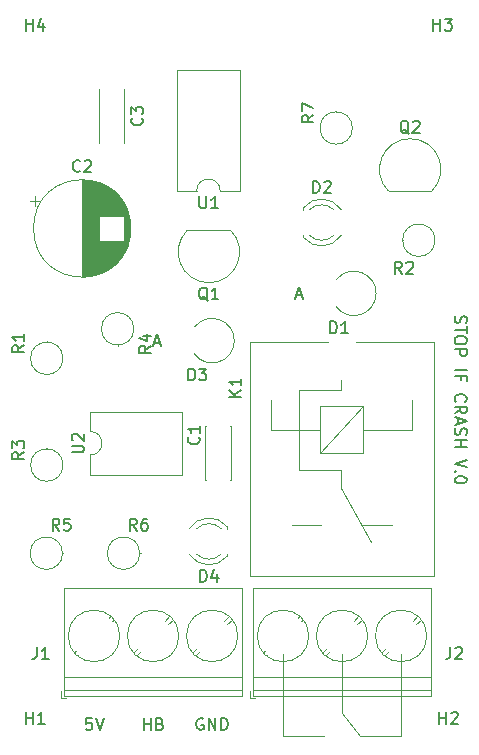
<source format=gbr>
G04 #@! TF.GenerationSoftware,KiCad,Pcbnew,(5.1.9)-1*
G04 #@! TF.CreationDate,2023-10-15T15:57:16+02:00*
G04 #@! TF.ProjectId,Stop if crash,53746f70-2069-4662-9063-726173682e6b,rev?*
G04 #@! TF.SameCoordinates,Original*
G04 #@! TF.FileFunction,Legend,Top*
G04 #@! TF.FilePolarity,Positive*
%FSLAX46Y46*%
G04 Gerber Fmt 4.6, Leading zero omitted, Abs format (unit mm)*
G04 Created by KiCad (PCBNEW (5.1.9)-1) date 2023-10-15 15:57:16*
%MOMM*%
%LPD*%
G01*
G04 APERTURE LIST*
%ADD10C,0.150000*%
%ADD11C,0.120000*%
G04 APERTURE END LIST*
D10*
X191095238Y-83928571D02*
X191047619Y-84071428D01*
X191047619Y-84309523D01*
X191095238Y-84404761D01*
X191142857Y-84452380D01*
X191238095Y-84500000D01*
X191333333Y-84500000D01*
X191428571Y-84452380D01*
X191476190Y-84404761D01*
X191523809Y-84309523D01*
X191571428Y-84119047D01*
X191619047Y-84023809D01*
X191666666Y-83976190D01*
X191761904Y-83928571D01*
X191857142Y-83928571D01*
X191952380Y-83976190D01*
X192000000Y-84023809D01*
X192047619Y-84119047D01*
X192047619Y-84357142D01*
X192000000Y-84500000D01*
X192047619Y-84785714D02*
X192047619Y-85357142D01*
X191047619Y-85071428D02*
X192047619Y-85071428D01*
X192047619Y-85880952D02*
X192047619Y-86071428D01*
X192000000Y-86166666D01*
X191904761Y-86261904D01*
X191714285Y-86309523D01*
X191380952Y-86309523D01*
X191190476Y-86261904D01*
X191095238Y-86166666D01*
X191047619Y-86071428D01*
X191047619Y-85880952D01*
X191095238Y-85785714D01*
X191190476Y-85690476D01*
X191380952Y-85642857D01*
X191714285Y-85642857D01*
X191904761Y-85690476D01*
X192000000Y-85785714D01*
X192047619Y-85880952D01*
X191047619Y-86738095D02*
X192047619Y-86738095D01*
X192047619Y-87119047D01*
X192000000Y-87214285D01*
X191952380Y-87261904D01*
X191857142Y-87309523D01*
X191714285Y-87309523D01*
X191619047Y-87261904D01*
X191571428Y-87214285D01*
X191523809Y-87119047D01*
X191523809Y-86738095D01*
X191047619Y-88500000D02*
X192047619Y-88500000D01*
X191571428Y-89309523D02*
X191571428Y-88976190D01*
X191047619Y-88976190D02*
X192047619Y-88976190D01*
X192047619Y-89452380D01*
X191142857Y-91166666D02*
X191095238Y-91119047D01*
X191047619Y-90976190D01*
X191047619Y-90880952D01*
X191095238Y-90738095D01*
X191190476Y-90642857D01*
X191285714Y-90595238D01*
X191476190Y-90547619D01*
X191619047Y-90547619D01*
X191809523Y-90595238D01*
X191904761Y-90642857D01*
X192000000Y-90738095D01*
X192047619Y-90880952D01*
X192047619Y-90976190D01*
X192000000Y-91119047D01*
X191952380Y-91166666D01*
X191047619Y-92166666D02*
X191523809Y-91833333D01*
X191047619Y-91595238D02*
X192047619Y-91595238D01*
X192047619Y-91976190D01*
X192000000Y-92071428D01*
X191952380Y-92119047D01*
X191857142Y-92166666D01*
X191714285Y-92166666D01*
X191619047Y-92119047D01*
X191571428Y-92071428D01*
X191523809Y-91976190D01*
X191523809Y-91595238D01*
X191333333Y-92547619D02*
X191333333Y-93023809D01*
X191047619Y-92452380D02*
X192047619Y-92785714D01*
X191047619Y-93119047D01*
X191095238Y-93404761D02*
X191047619Y-93547619D01*
X191047619Y-93785714D01*
X191095238Y-93880952D01*
X191142857Y-93928571D01*
X191238095Y-93976190D01*
X191333333Y-93976190D01*
X191428571Y-93928571D01*
X191476190Y-93880952D01*
X191523809Y-93785714D01*
X191571428Y-93595238D01*
X191619047Y-93499999D01*
X191666666Y-93452380D01*
X191761904Y-93404761D01*
X191857142Y-93404761D01*
X191952380Y-93452380D01*
X192000000Y-93499999D01*
X192047619Y-93595238D01*
X192047619Y-93833333D01*
X192000000Y-93976190D01*
X191047619Y-94404761D02*
X192047619Y-94404761D01*
X191571428Y-94404761D02*
X191571428Y-94976190D01*
X191047619Y-94976190D02*
X192047619Y-94976190D01*
X192047619Y-96071428D02*
X191047619Y-96404761D01*
X192047619Y-96738095D01*
X191142857Y-97071428D02*
X191095238Y-97119047D01*
X191047619Y-97071428D01*
X191095238Y-97023809D01*
X191142857Y-97071428D01*
X191047619Y-97071428D01*
X192047619Y-97738095D02*
X192047619Y-97833333D01*
X192000000Y-97928571D01*
X191952380Y-97976190D01*
X191857142Y-98023809D01*
X191666666Y-98071428D01*
X191428571Y-98071428D01*
X191238095Y-98023809D01*
X191142857Y-97976190D01*
X191095238Y-97928571D01*
X191047619Y-97833333D01*
X191047619Y-97738095D01*
X191095238Y-97642857D01*
X191142857Y-97595238D01*
X191238095Y-97547619D01*
X191428571Y-97499999D01*
X191666666Y-97499999D01*
X191857142Y-97547619D01*
X191952380Y-97595238D01*
X192000000Y-97642857D01*
X192047619Y-97738095D01*
D11*
X183000000Y-119500000D02*
X186500000Y-119500000D01*
X181500000Y-117500000D02*
X183000000Y-119500000D01*
X181500000Y-117500000D02*
X181500000Y-112500000D01*
X186500000Y-119500000D02*
X186500000Y-112500000D01*
X176500000Y-119500000D02*
X180000000Y-119500000D01*
X176500000Y-112500000D02*
X176500000Y-119500000D01*
D10*
X169738095Y-118000000D02*
X169642857Y-117952380D01*
X169500000Y-117952380D01*
X169357142Y-118000000D01*
X169261904Y-118095238D01*
X169214285Y-118190476D01*
X169166666Y-118380952D01*
X169166666Y-118523809D01*
X169214285Y-118714285D01*
X169261904Y-118809523D01*
X169357142Y-118904761D01*
X169500000Y-118952380D01*
X169595238Y-118952380D01*
X169738095Y-118904761D01*
X169785714Y-118857142D01*
X169785714Y-118523809D01*
X169595238Y-118523809D01*
X170214285Y-118952380D02*
X170214285Y-117952380D01*
X170785714Y-118952380D01*
X170785714Y-117952380D01*
X171261904Y-118952380D02*
X171261904Y-117952380D01*
X171500000Y-117952380D01*
X171642857Y-118000000D01*
X171738095Y-118095238D01*
X171785714Y-118190476D01*
X171833333Y-118380952D01*
X171833333Y-118523809D01*
X171785714Y-118714285D01*
X171738095Y-118809523D01*
X171642857Y-118904761D01*
X171500000Y-118952380D01*
X171261904Y-118952380D01*
X164714285Y-118952380D02*
X164714285Y-117952380D01*
X164714285Y-118428571D02*
X165285714Y-118428571D01*
X165285714Y-118952380D02*
X165285714Y-117952380D01*
X166095238Y-118428571D02*
X166238095Y-118476190D01*
X166285714Y-118523809D01*
X166333333Y-118619047D01*
X166333333Y-118761904D01*
X166285714Y-118857142D01*
X166238095Y-118904761D01*
X166142857Y-118952380D01*
X165761904Y-118952380D01*
X165761904Y-117952380D01*
X166095238Y-117952380D01*
X166190476Y-118000000D01*
X166238095Y-118047619D01*
X166285714Y-118142857D01*
X166285714Y-118238095D01*
X166238095Y-118333333D01*
X166190476Y-118380952D01*
X166095238Y-118428571D01*
X165761904Y-118428571D01*
X160309523Y-117952380D02*
X159833333Y-117952380D01*
X159785714Y-118428571D01*
X159833333Y-118380952D01*
X159928571Y-118333333D01*
X160166666Y-118333333D01*
X160261904Y-118380952D01*
X160309523Y-118428571D01*
X160357142Y-118523809D01*
X160357142Y-118761904D01*
X160309523Y-118857142D01*
X160261904Y-118904761D01*
X160166666Y-118952380D01*
X159928571Y-118952380D01*
X159833333Y-118904761D01*
X159785714Y-118857142D01*
X160642857Y-117952380D02*
X160976190Y-118952380D01*
X161309523Y-117952380D01*
D11*
X180300000Y-86100000D02*
X173700000Y-86100000D01*
X189300000Y-86100000D02*
X182700000Y-86100000D01*
X189300000Y-86100000D02*
X189300000Y-105900000D01*
X189300000Y-105900000D02*
X173700000Y-105900000D01*
X173700000Y-105900000D02*
X173700000Y-86100000D01*
X177300000Y-101650000D02*
X179750000Y-101650000D01*
X185700000Y-101650000D02*
X183200000Y-101650000D01*
X175450000Y-91050000D02*
X175450000Y-93550000D01*
X181450000Y-90150000D02*
X181450000Y-89350000D01*
X187450000Y-93550000D02*
X187450000Y-91050000D01*
X181450000Y-96950000D02*
X181450000Y-98450000D01*
X181450000Y-98450000D02*
X183950000Y-103050000D01*
X177850000Y-96950000D02*
X177850000Y-90150000D01*
X181450000Y-96950000D02*
X177850000Y-96950000D01*
X181450000Y-90150000D02*
X177850000Y-90150000D01*
X187450000Y-93550000D02*
X183250000Y-93550000D01*
X179650000Y-93550000D02*
X175450000Y-93550000D01*
X179650000Y-95550000D02*
X183250000Y-91550000D01*
X179650000Y-91550000D02*
X183250000Y-91550000D01*
X183250000Y-91550000D02*
X183250000Y-95550000D01*
X183250000Y-95550000D02*
X179650000Y-95550000D01*
X179650000Y-95550000D02*
X179650000Y-91550000D01*
X160170000Y-92040000D02*
X160170000Y-93690000D01*
X167910000Y-92040000D02*
X160170000Y-92040000D01*
X167910000Y-97340000D02*
X167910000Y-92040000D01*
X160170000Y-97340000D02*
X167910000Y-97340000D01*
X160170000Y-95690000D02*
X160170000Y-97340000D01*
X160170000Y-93690000D02*
G75*
G02*
X160170000Y-95690000I0J-1000000D01*
G01*
X167540000Y-73330000D02*
X169190000Y-73330000D01*
X167540000Y-63050000D02*
X167540000Y-73330000D01*
X172840000Y-63050000D02*
X167540000Y-63050000D01*
X172840000Y-73330000D02*
X172840000Y-63050000D01*
X171190000Y-73330000D02*
X172840000Y-73330000D01*
X169190000Y-73330000D02*
G75*
G02*
X171190000Y-73330000I1000000J0D01*
G01*
X181000000Y-66630000D02*
X181000000Y-66560000D01*
X182370000Y-68000000D02*
G75*
G03*
X182370000Y-68000000I-1370000J0D01*
G01*
X164370000Y-104000000D02*
X164440000Y-104000000D01*
X164370000Y-104000000D02*
G75*
G03*
X164370000Y-104000000I-1370000J0D01*
G01*
X157830000Y-104000000D02*
X157900000Y-104000000D01*
X157830000Y-104000000D02*
G75*
G03*
X157830000Y-104000000I-1370000J0D01*
G01*
X162500000Y-86370000D02*
X162500000Y-86440000D01*
X163870000Y-85000000D02*
G75*
G03*
X163870000Y-85000000I-1370000J0D01*
G01*
X156500000Y-95170000D02*
X156500000Y-95100000D01*
X157870000Y-96540000D02*
G75*
G03*
X157870000Y-96540000I-1370000J0D01*
G01*
X186630000Y-77500000D02*
X186560000Y-77500000D01*
X189370000Y-77500000D02*
G75*
G03*
X189370000Y-77500000I-1370000J0D01*
G01*
X156500000Y-86130000D02*
X156500000Y-86060000D01*
X157870000Y-87500000D02*
G75*
G03*
X157870000Y-87500000I-1370000J0D01*
G01*
X185470000Y-73350000D02*
X189070000Y-73350000D01*
X189108478Y-73338478D02*
G75*
G03*
X187270000Y-68900000I-1838478J1838478D01*
G01*
X185431522Y-73338478D02*
G75*
G02*
X187270000Y-68900000I1838478J1838478D01*
G01*
X172030000Y-76650000D02*
X168430000Y-76650000D01*
X168391522Y-76661522D02*
G75*
G03*
X170230000Y-81100000I1838478J-1838478D01*
G01*
X172068478Y-76661522D02*
G75*
G02*
X170230000Y-81100000I-1838478J-1838478D01*
G01*
X173700000Y-116300000D02*
X174100000Y-116300000D01*
X173700000Y-115660000D02*
X173700000Y-116300000D01*
X185242000Y-111992000D02*
X184847000Y-112388000D01*
X187888000Y-109346000D02*
X187508000Y-109726000D01*
X185493000Y-112274000D02*
X185113000Y-112654000D01*
X188154000Y-109612000D02*
X187759000Y-110008000D01*
X180242000Y-111992000D02*
X179847000Y-112388000D01*
X182888000Y-109346000D02*
X182508000Y-109726000D01*
X180493000Y-112274000D02*
X180113000Y-112654000D01*
X183154000Y-109612000D02*
X182759000Y-110008000D01*
X174952000Y-112281000D02*
X174846000Y-112388000D01*
X177888000Y-109346000D02*
X177781000Y-109453000D01*
X175218000Y-112547000D02*
X175112000Y-112654000D01*
X178154000Y-109612000D02*
X178047000Y-109719000D01*
X189060000Y-106940000D02*
X189060000Y-116060000D01*
X173940000Y-106940000D02*
X173940000Y-116060000D01*
X173940000Y-116060000D02*
X189060000Y-116060000D01*
X173940000Y-106940000D02*
X189060000Y-106940000D01*
X173940000Y-114500000D02*
X189060000Y-114500000D01*
X173940000Y-115600000D02*
X189060000Y-115600000D01*
X188680000Y-111000000D02*
G75*
G03*
X188680000Y-111000000I-2180000J0D01*
G01*
X183680000Y-111000000D02*
G75*
G03*
X183680000Y-111000000I-2180000J0D01*
G01*
X178680000Y-111000000D02*
G75*
G03*
X178680000Y-111000000I-2180000J0D01*
G01*
X157700000Y-116300000D02*
X158100000Y-116300000D01*
X157700000Y-115660000D02*
X157700000Y-116300000D01*
X169242000Y-111992000D02*
X168847000Y-112388000D01*
X171888000Y-109346000D02*
X171508000Y-109726000D01*
X169493000Y-112274000D02*
X169113000Y-112654000D01*
X172154000Y-109612000D02*
X171759000Y-110008000D01*
X164242000Y-111992000D02*
X163847000Y-112388000D01*
X166888000Y-109346000D02*
X166508000Y-109726000D01*
X164493000Y-112274000D02*
X164113000Y-112654000D01*
X167154000Y-109612000D02*
X166759000Y-110008000D01*
X158952000Y-112281000D02*
X158846000Y-112388000D01*
X161888000Y-109346000D02*
X161781000Y-109453000D01*
X159218000Y-112547000D02*
X159112000Y-112654000D01*
X162154000Y-109612000D02*
X162047000Y-109719000D01*
X173060000Y-106940000D02*
X173060000Y-116060000D01*
X157940000Y-106940000D02*
X157940000Y-116060000D01*
X157940000Y-116060000D02*
X173060000Y-116060000D01*
X157940000Y-106940000D02*
X173060000Y-106940000D01*
X157940000Y-114500000D02*
X173060000Y-114500000D01*
X157940000Y-115600000D02*
X173060000Y-115600000D01*
X172680000Y-111000000D02*
G75*
G03*
X172680000Y-111000000I-2180000J0D01*
G01*
X167680000Y-111000000D02*
G75*
G03*
X167680000Y-111000000I-2180000J0D01*
G01*
X162680000Y-111000000D02*
G75*
G03*
X162680000Y-111000000I-2180000J0D01*
G01*
X171790000Y-101920000D02*
X171790000Y-101764000D01*
X171790000Y-104236000D02*
X171790000Y-104080000D01*
X169188870Y-101920163D02*
G75*
G02*
X171270961Y-101920000I1041130J-1079837D01*
G01*
X169188870Y-104079837D02*
G75*
G03*
X171270961Y-104080000I1041130J1079837D01*
G01*
X168557665Y-101921392D02*
G75*
G02*
X171790000Y-101764484I1672335J-1078608D01*
G01*
X168557665Y-104078608D02*
G75*
G03*
X171790000Y-104235516I1672335J1078608D01*
G01*
X169043629Y-84805268D02*
G75*
G02*
X168985404Y-87120000I1456371J-1194732D01*
G01*
X178210000Y-77080000D02*
X178210000Y-77236000D01*
X178210000Y-74764000D02*
X178210000Y-74920000D01*
X180811130Y-77079837D02*
G75*
G02*
X178729039Y-77080000I-1041130J1079837D01*
G01*
X180811130Y-74920163D02*
G75*
G03*
X178729039Y-74920000I-1041130J-1079837D01*
G01*
X181442335Y-77078608D02*
G75*
G02*
X178210000Y-77235516I-1672335J1078608D01*
G01*
X181442335Y-74921392D02*
G75*
G03*
X178210000Y-74764484I-1672335J-1078608D01*
G01*
X181043629Y-80805268D02*
G75*
G02*
X180985404Y-83120000I1456371J-1194732D01*
G01*
X160945000Y-69270000D02*
X160930000Y-69270000D01*
X163070000Y-69270000D02*
X163055000Y-69270000D01*
X160945000Y-64730000D02*
X160930000Y-64730000D01*
X163070000Y-64730000D02*
X163055000Y-64730000D01*
X160930000Y-64730000D02*
X160930000Y-69270000D01*
X163070000Y-64730000D02*
X163070000Y-69270000D01*
X155490302Y-73785000D02*
X155490302Y-74585000D01*
X155090302Y-74185000D02*
X155890302Y-74185000D01*
X163581000Y-75967000D02*
X163581000Y-77033000D01*
X163541000Y-75732000D02*
X163541000Y-77268000D01*
X163501000Y-75552000D02*
X163501000Y-77448000D01*
X163461000Y-75402000D02*
X163461000Y-77598000D01*
X163421000Y-75271000D02*
X163421000Y-77729000D01*
X163381000Y-75154000D02*
X163381000Y-77846000D01*
X163341000Y-75047000D02*
X163341000Y-77953000D01*
X163301000Y-74948000D02*
X163301000Y-78052000D01*
X163261000Y-74855000D02*
X163261000Y-78145000D01*
X163221000Y-74769000D02*
X163221000Y-78231000D01*
X163181000Y-74687000D02*
X163181000Y-78313000D01*
X163141000Y-74610000D02*
X163141000Y-78390000D01*
X163101000Y-74536000D02*
X163101000Y-78464000D01*
X163061000Y-74466000D02*
X163061000Y-78534000D01*
X163021000Y-77540000D02*
X163021000Y-78602000D01*
X163021000Y-74398000D02*
X163021000Y-75460000D01*
X162981000Y-77540000D02*
X162981000Y-78666000D01*
X162981000Y-74334000D02*
X162981000Y-75460000D01*
X162941000Y-77540000D02*
X162941000Y-78728000D01*
X162941000Y-74272000D02*
X162941000Y-75460000D01*
X162901000Y-77540000D02*
X162901000Y-78787000D01*
X162901000Y-74213000D02*
X162901000Y-75460000D01*
X162861000Y-77540000D02*
X162861000Y-78845000D01*
X162861000Y-74155000D02*
X162861000Y-75460000D01*
X162821000Y-77540000D02*
X162821000Y-78900000D01*
X162821000Y-74100000D02*
X162821000Y-75460000D01*
X162781000Y-77540000D02*
X162781000Y-78954000D01*
X162781000Y-74046000D02*
X162781000Y-75460000D01*
X162741000Y-77540000D02*
X162741000Y-79005000D01*
X162741000Y-73995000D02*
X162741000Y-75460000D01*
X162701000Y-77540000D02*
X162701000Y-79056000D01*
X162701000Y-73944000D02*
X162701000Y-75460000D01*
X162661000Y-77540000D02*
X162661000Y-79104000D01*
X162661000Y-73896000D02*
X162661000Y-75460000D01*
X162621000Y-77540000D02*
X162621000Y-79151000D01*
X162621000Y-73849000D02*
X162621000Y-75460000D01*
X162581000Y-77540000D02*
X162581000Y-79197000D01*
X162581000Y-73803000D02*
X162581000Y-75460000D01*
X162541000Y-77540000D02*
X162541000Y-79241000D01*
X162541000Y-73759000D02*
X162541000Y-75460000D01*
X162501000Y-77540000D02*
X162501000Y-79284000D01*
X162501000Y-73716000D02*
X162501000Y-75460000D01*
X162461000Y-77540000D02*
X162461000Y-79326000D01*
X162461000Y-73674000D02*
X162461000Y-75460000D01*
X162421000Y-77540000D02*
X162421000Y-79367000D01*
X162421000Y-73633000D02*
X162421000Y-75460000D01*
X162381000Y-77540000D02*
X162381000Y-79407000D01*
X162381000Y-73593000D02*
X162381000Y-75460000D01*
X162341000Y-77540000D02*
X162341000Y-79445000D01*
X162341000Y-73555000D02*
X162341000Y-75460000D01*
X162301000Y-77540000D02*
X162301000Y-79483000D01*
X162301000Y-73517000D02*
X162301000Y-75460000D01*
X162261000Y-77540000D02*
X162261000Y-79519000D01*
X162261000Y-73481000D02*
X162261000Y-75460000D01*
X162221000Y-77540000D02*
X162221000Y-79555000D01*
X162221000Y-73445000D02*
X162221000Y-75460000D01*
X162181000Y-77540000D02*
X162181000Y-79590000D01*
X162181000Y-73410000D02*
X162181000Y-75460000D01*
X162141000Y-77540000D02*
X162141000Y-79624000D01*
X162141000Y-73376000D02*
X162141000Y-75460000D01*
X162101000Y-77540000D02*
X162101000Y-79656000D01*
X162101000Y-73344000D02*
X162101000Y-75460000D01*
X162061000Y-77540000D02*
X162061000Y-79689000D01*
X162061000Y-73311000D02*
X162061000Y-75460000D01*
X162021000Y-77540000D02*
X162021000Y-79720000D01*
X162021000Y-73280000D02*
X162021000Y-75460000D01*
X161981000Y-77540000D02*
X161981000Y-79750000D01*
X161981000Y-73250000D02*
X161981000Y-75460000D01*
X161941000Y-77540000D02*
X161941000Y-79780000D01*
X161941000Y-73220000D02*
X161941000Y-75460000D01*
X161901000Y-77540000D02*
X161901000Y-79809000D01*
X161901000Y-73191000D02*
X161901000Y-75460000D01*
X161861000Y-77540000D02*
X161861000Y-79838000D01*
X161861000Y-73162000D02*
X161861000Y-75460000D01*
X161821000Y-77540000D02*
X161821000Y-79865000D01*
X161821000Y-73135000D02*
X161821000Y-75460000D01*
X161781000Y-77540000D02*
X161781000Y-79892000D01*
X161781000Y-73108000D02*
X161781000Y-75460000D01*
X161741000Y-77540000D02*
X161741000Y-79918000D01*
X161741000Y-73082000D02*
X161741000Y-75460000D01*
X161701000Y-77540000D02*
X161701000Y-79944000D01*
X161701000Y-73056000D02*
X161701000Y-75460000D01*
X161661000Y-77540000D02*
X161661000Y-79969000D01*
X161661000Y-73031000D02*
X161661000Y-75460000D01*
X161621000Y-77540000D02*
X161621000Y-79993000D01*
X161621000Y-73007000D02*
X161621000Y-75460000D01*
X161581000Y-77540000D02*
X161581000Y-80017000D01*
X161581000Y-72983000D02*
X161581000Y-75460000D01*
X161541000Y-77540000D02*
X161541000Y-80040000D01*
X161541000Y-72960000D02*
X161541000Y-75460000D01*
X161501000Y-77540000D02*
X161501000Y-80062000D01*
X161501000Y-72938000D02*
X161501000Y-75460000D01*
X161461000Y-77540000D02*
X161461000Y-80084000D01*
X161461000Y-72916000D02*
X161461000Y-75460000D01*
X161421000Y-77540000D02*
X161421000Y-80106000D01*
X161421000Y-72894000D02*
X161421000Y-75460000D01*
X161381000Y-77540000D02*
X161381000Y-80127000D01*
X161381000Y-72873000D02*
X161381000Y-75460000D01*
X161341000Y-77540000D02*
X161341000Y-80147000D01*
X161341000Y-72853000D02*
X161341000Y-75460000D01*
X161301000Y-77540000D02*
X161301000Y-80166000D01*
X161301000Y-72834000D02*
X161301000Y-75460000D01*
X161261000Y-77540000D02*
X161261000Y-80186000D01*
X161261000Y-72814000D02*
X161261000Y-75460000D01*
X161221000Y-77540000D02*
X161221000Y-80204000D01*
X161221000Y-72796000D02*
X161221000Y-75460000D01*
X161181000Y-77540000D02*
X161181000Y-80222000D01*
X161181000Y-72778000D02*
X161181000Y-75460000D01*
X161141000Y-77540000D02*
X161141000Y-80240000D01*
X161141000Y-72760000D02*
X161141000Y-75460000D01*
X161101000Y-77540000D02*
X161101000Y-80257000D01*
X161101000Y-72743000D02*
X161101000Y-75460000D01*
X161061000Y-77540000D02*
X161061000Y-80274000D01*
X161061000Y-72726000D02*
X161061000Y-75460000D01*
X161021000Y-77540000D02*
X161021000Y-80290000D01*
X161021000Y-72710000D02*
X161021000Y-75460000D01*
X160981000Y-77540000D02*
X160981000Y-80305000D01*
X160981000Y-72695000D02*
X160981000Y-75460000D01*
X160941000Y-72679000D02*
X160941000Y-80321000D01*
X160901000Y-72665000D02*
X160901000Y-80335000D01*
X160861000Y-72650000D02*
X160861000Y-80350000D01*
X160821000Y-72637000D02*
X160821000Y-80363000D01*
X160781000Y-72623000D02*
X160781000Y-80377000D01*
X160741000Y-72611000D02*
X160741000Y-80389000D01*
X160701000Y-72598000D02*
X160701000Y-80402000D01*
X160661000Y-72586000D02*
X160661000Y-80414000D01*
X160621000Y-72575000D02*
X160621000Y-80425000D01*
X160581000Y-72564000D02*
X160581000Y-80436000D01*
X160541000Y-72553000D02*
X160541000Y-80447000D01*
X160501000Y-72543000D02*
X160501000Y-80457000D01*
X160461000Y-72533000D02*
X160461000Y-80467000D01*
X160421000Y-72524000D02*
X160421000Y-80476000D01*
X160381000Y-72515000D02*
X160381000Y-80485000D01*
X160341000Y-72506000D02*
X160341000Y-80494000D01*
X160301000Y-72498000D02*
X160301000Y-80502000D01*
X160261000Y-72490000D02*
X160261000Y-80510000D01*
X160221000Y-72483000D02*
X160221000Y-80517000D01*
X160180000Y-72476000D02*
X160180000Y-80524000D01*
X160140000Y-72470000D02*
X160140000Y-80530000D01*
X160100000Y-72463000D02*
X160100000Y-80537000D01*
X160060000Y-72458000D02*
X160060000Y-80542000D01*
X160020000Y-72452000D02*
X160020000Y-80548000D01*
X159980000Y-72448000D02*
X159980000Y-80552000D01*
X159940000Y-72443000D02*
X159940000Y-80557000D01*
X159900000Y-72439000D02*
X159900000Y-80561000D01*
X159860000Y-72435000D02*
X159860000Y-80565000D01*
X159820000Y-72432000D02*
X159820000Y-80568000D01*
X159780000Y-72429000D02*
X159780000Y-80571000D01*
X159740000Y-72426000D02*
X159740000Y-80574000D01*
X159700000Y-72424000D02*
X159700000Y-80576000D01*
X159660000Y-72423000D02*
X159660000Y-80577000D01*
X159620000Y-72421000D02*
X159620000Y-80579000D01*
X159580000Y-72420000D02*
X159580000Y-80580000D01*
X159540000Y-72420000D02*
X159540000Y-80580000D01*
X159500000Y-72420000D02*
X159500000Y-80580000D01*
X163620000Y-76500000D02*
G75*
G03*
X163620000Y-76500000I-4120000J0D01*
G01*
X169945000Y-97770000D02*
X169930000Y-97770000D01*
X172070000Y-97770000D02*
X172055000Y-97770000D01*
X169945000Y-93230000D02*
X169930000Y-93230000D01*
X172070000Y-93230000D02*
X172055000Y-93230000D01*
X169930000Y-93230000D02*
X169930000Y-97770000D01*
X172070000Y-93230000D02*
X172070000Y-97770000D01*
D10*
X154738095Y-59752380D02*
X154738095Y-58752380D01*
X154738095Y-59228571D02*
X155309523Y-59228571D01*
X155309523Y-59752380D02*
X155309523Y-58752380D01*
X156214285Y-59085714D02*
X156214285Y-59752380D01*
X155976190Y-58704761D02*
X155738095Y-59419047D01*
X156357142Y-59419047D01*
X189238095Y-59752380D02*
X189238095Y-58752380D01*
X189238095Y-59228571D02*
X189809523Y-59228571D01*
X189809523Y-59752380D02*
X189809523Y-58752380D01*
X190190476Y-58752380D02*
X190809523Y-58752380D01*
X190476190Y-59133333D01*
X190619047Y-59133333D01*
X190714285Y-59180952D01*
X190761904Y-59228571D01*
X190809523Y-59323809D01*
X190809523Y-59561904D01*
X190761904Y-59657142D01*
X190714285Y-59704761D01*
X190619047Y-59752380D01*
X190333333Y-59752380D01*
X190238095Y-59704761D01*
X190190476Y-59657142D01*
X189738095Y-118452380D02*
X189738095Y-117452380D01*
X189738095Y-117928571D02*
X190309523Y-117928571D01*
X190309523Y-118452380D02*
X190309523Y-117452380D01*
X190738095Y-117547619D02*
X190785714Y-117500000D01*
X190880952Y-117452380D01*
X191119047Y-117452380D01*
X191214285Y-117500000D01*
X191261904Y-117547619D01*
X191309523Y-117642857D01*
X191309523Y-117738095D01*
X191261904Y-117880952D01*
X190690476Y-118452380D01*
X191309523Y-118452380D01*
X154738095Y-118452380D02*
X154738095Y-117452380D01*
X154738095Y-117928571D02*
X155309523Y-117928571D01*
X155309523Y-118452380D02*
X155309523Y-117452380D01*
X156309523Y-118452380D02*
X155738095Y-118452380D01*
X156023809Y-118452380D02*
X156023809Y-117452380D01*
X155928571Y-117595238D01*
X155833333Y-117690476D01*
X155738095Y-117738095D01*
X172952380Y-90738095D02*
X171952380Y-90738095D01*
X172952380Y-90166666D02*
X172380952Y-90595238D01*
X171952380Y-90166666D02*
X172523809Y-90738095D01*
X172952380Y-89214285D02*
X172952380Y-89785714D01*
X172952380Y-89500000D02*
X171952380Y-89500000D01*
X172095238Y-89595238D01*
X172190476Y-89690476D01*
X172238095Y-89785714D01*
X158622380Y-95451904D02*
X159431904Y-95451904D01*
X159527142Y-95404285D01*
X159574761Y-95356666D01*
X159622380Y-95261428D01*
X159622380Y-95070952D01*
X159574761Y-94975714D01*
X159527142Y-94928095D01*
X159431904Y-94880476D01*
X158622380Y-94880476D01*
X158717619Y-94451904D02*
X158670000Y-94404285D01*
X158622380Y-94309047D01*
X158622380Y-94070952D01*
X158670000Y-93975714D01*
X158717619Y-93928095D01*
X158812857Y-93880476D01*
X158908095Y-93880476D01*
X159050952Y-93928095D01*
X159622380Y-94499523D01*
X159622380Y-93880476D01*
X169428095Y-73782380D02*
X169428095Y-74591904D01*
X169475714Y-74687142D01*
X169523333Y-74734761D01*
X169618571Y-74782380D01*
X169809047Y-74782380D01*
X169904285Y-74734761D01*
X169951904Y-74687142D01*
X169999523Y-74591904D01*
X169999523Y-73782380D01*
X170999523Y-74782380D02*
X170428095Y-74782380D01*
X170713809Y-74782380D02*
X170713809Y-73782380D01*
X170618571Y-73925238D01*
X170523333Y-74020476D01*
X170428095Y-74068095D01*
X179082380Y-66896666D02*
X178606190Y-67230000D01*
X179082380Y-67468095D02*
X178082380Y-67468095D01*
X178082380Y-67087142D01*
X178130000Y-66991904D01*
X178177619Y-66944285D01*
X178272857Y-66896666D01*
X178415714Y-66896666D01*
X178510952Y-66944285D01*
X178558571Y-66991904D01*
X178606190Y-67087142D01*
X178606190Y-67468095D01*
X178082380Y-66563333D02*
X178082380Y-65896666D01*
X179082380Y-66325238D01*
X164103333Y-102082380D02*
X163770000Y-101606190D01*
X163531904Y-102082380D02*
X163531904Y-101082380D01*
X163912857Y-101082380D01*
X164008095Y-101130000D01*
X164055714Y-101177619D01*
X164103333Y-101272857D01*
X164103333Y-101415714D01*
X164055714Y-101510952D01*
X164008095Y-101558571D01*
X163912857Y-101606190D01*
X163531904Y-101606190D01*
X164960476Y-101082380D02*
X164770000Y-101082380D01*
X164674761Y-101130000D01*
X164627142Y-101177619D01*
X164531904Y-101320476D01*
X164484285Y-101510952D01*
X164484285Y-101891904D01*
X164531904Y-101987142D01*
X164579523Y-102034761D01*
X164674761Y-102082380D01*
X164865238Y-102082380D01*
X164960476Y-102034761D01*
X165008095Y-101987142D01*
X165055714Y-101891904D01*
X165055714Y-101653809D01*
X165008095Y-101558571D01*
X164960476Y-101510952D01*
X164865238Y-101463333D01*
X164674761Y-101463333D01*
X164579523Y-101510952D01*
X164531904Y-101558571D01*
X164484285Y-101653809D01*
X157563333Y-102082380D02*
X157230000Y-101606190D01*
X156991904Y-102082380D02*
X156991904Y-101082380D01*
X157372857Y-101082380D01*
X157468095Y-101130000D01*
X157515714Y-101177619D01*
X157563333Y-101272857D01*
X157563333Y-101415714D01*
X157515714Y-101510952D01*
X157468095Y-101558571D01*
X157372857Y-101606190D01*
X156991904Y-101606190D01*
X158468095Y-101082380D02*
X157991904Y-101082380D01*
X157944285Y-101558571D01*
X157991904Y-101510952D01*
X158087142Y-101463333D01*
X158325238Y-101463333D01*
X158420476Y-101510952D01*
X158468095Y-101558571D01*
X158515714Y-101653809D01*
X158515714Y-101891904D01*
X158468095Y-101987142D01*
X158420476Y-102034761D01*
X158325238Y-102082380D01*
X158087142Y-102082380D01*
X157991904Y-102034761D01*
X157944285Y-101987142D01*
X165322380Y-86436666D02*
X164846190Y-86770000D01*
X165322380Y-87008095D02*
X164322380Y-87008095D01*
X164322380Y-86627142D01*
X164370000Y-86531904D01*
X164417619Y-86484285D01*
X164512857Y-86436666D01*
X164655714Y-86436666D01*
X164750952Y-86484285D01*
X164798571Y-86531904D01*
X164846190Y-86627142D01*
X164846190Y-87008095D01*
X164655714Y-85579523D02*
X165322380Y-85579523D01*
X164274761Y-85817619D02*
X164989047Y-86055714D01*
X164989047Y-85436666D01*
X154582380Y-95436666D02*
X154106190Y-95770000D01*
X154582380Y-96008095D02*
X153582380Y-96008095D01*
X153582380Y-95627142D01*
X153630000Y-95531904D01*
X153677619Y-95484285D01*
X153772857Y-95436666D01*
X153915714Y-95436666D01*
X154010952Y-95484285D01*
X154058571Y-95531904D01*
X154106190Y-95627142D01*
X154106190Y-96008095D01*
X153582380Y-95103333D02*
X153582380Y-94484285D01*
X153963333Y-94817619D01*
X153963333Y-94674761D01*
X154010952Y-94579523D01*
X154058571Y-94531904D01*
X154153809Y-94484285D01*
X154391904Y-94484285D01*
X154487142Y-94531904D01*
X154534761Y-94579523D01*
X154582380Y-94674761D01*
X154582380Y-94960476D01*
X154534761Y-95055714D01*
X154487142Y-95103333D01*
X186563333Y-80322380D02*
X186230000Y-79846190D01*
X185991904Y-80322380D02*
X185991904Y-79322380D01*
X186372857Y-79322380D01*
X186468095Y-79370000D01*
X186515714Y-79417619D01*
X186563333Y-79512857D01*
X186563333Y-79655714D01*
X186515714Y-79750952D01*
X186468095Y-79798571D01*
X186372857Y-79846190D01*
X185991904Y-79846190D01*
X186944285Y-79417619D02*
X186991904Y-79370000D01*
X187087142Y-79322380D01*
X187325238Y-79322380D01*
X187420476Y-79370000D01*
X187468095Y-79417619D01*
X187515714Y-79512857D01*
X187515714Y-79608095D01*
X187468095Y-79750952D01*
X186896666Y-80322380D01*
X187515714Y-80322380D01*
X154582380Y-86396666D02*
X154106190Y-86730000D01*
X154582380Y-86968095D02*
X153582380Y-86968095D01*
X153582380Y-86587142D01*
X153630000Y-86491904D01*
X153677619Y-86444285D01*
X153772857Y-86396666D01*
X153915714Y-86396666D01*
X154010952Y-86444285D01*
X154058571Y-86491904D01*
X154106190Y-86587142D01*
X154106190Y-86968095D01*
X154582380Y-85444285D02*
X154582380Y-86015714D01*
X154582380Y-85730000D02*
X153582380Y-85730000D01*
X153725238Y-85825238D01*
X153820476Y-85920476D01*
X153868095Y-86015714D01*
X187174761Y-68487619D02*
X187079523Y-68440000D01*
X186984285Y-68344761D01*
X186841428Y-68201904D01*
X186746190Y-68154285D01*
X186650952Y-68154285D01*
X186698571Y-68392380D02*
X186603333Y-68344761D01*
X186508095Y-68249523D01*
X186460476Y-68059047D01*
X186460476Y-67725714D01*
X186508095Y-67535238D01*
X186603333Y-67440000D01*
X186698571Y-67392380D01*
X186889047Y-67392380D01*
X186984285Y-67440000D01*
X187079523Y-67535238D01*
X187127142Y-67725714D01*
X187127142Y-68059047D01*
X187079523Y-68249523D01*
X186984285Y-68344761D01*
X186889047Y-68392380D01*
X186698571Y-68392380D01*
X187508095Y-67487619D02*
X187555714Y-67440000D01*
X187650952Y-67392380D01*
X187889047Y-67392380D01*
X187984285Y-67440000D01*
X188031904Y-67487619D01*
X188079523Y-67582857D01*
X188079523Y-67678095D01*
X188031904Y-67820952D01*
X187460476Y-68392380D01*
X188079523Y-68392380D01*
X170134761Y-82607619D02*
X170039523Y-82560000D01*
X169944285Y-82464761D01*
X169801428Y-82321904D01*
X169706190Y-82274285D01*
X169610952Y-82274285D01*
X169658571Y-82512380D02*
X169563333Y-82464761D01*
X169468095Y-82369523D01*
X169420476Y-82179047D01*
X169420476Y-81845714D01*
X169468095Y-81655238D01*
X169563333Y-81560000D01*
X169658571Y-81512380D01*
X169849047Y-81512380D01*
X169944285Y-81560000D01*
X170039523Y-81655238D01*
X170087142Y-81845714D01*
X170087142Y-82179047D01*
X170039523Y-82369523D01*
X169944285Y-82464761D01*
X169849047Y-82512380D01*
X169658571Y-82512380D01*
X171039523Y-82512380D02*
X170468095Y-82512380D01*
X170753809Y-82512380D02*
X170753809Y-81512380D01*
X170658571Y-81655238D01*
X170563333Y-81750476D01*
X170468095Y-81798095D01*
X190666666Y-111952380D02*
X190666666Y-112666666D01*
X190619047Y-112809523D01*
X190523809Y-112904761D01*
X190380952Y-112952380D01*
X190285714Y-112952380D01*
X191095238Y-112047619D02*
X191142857Y-112000000D01*
X191238095Y-111952380D01*
X191476190Y-111952380D01*
X191571428Y-112000000D01*
X191619047Y-112047619D01*
X191666666Y-112142857D01*
X191666666Y-112238095D01*
X191619047Y-112380952D01*
X191047619Y-112952380D01*
X191666666Y-112952380D01*
X155666666Y-111952380D02*
X155666666Y-112666666D01*
X155619047Y-112809523D01*
X155523809Y-112904761D01*
X155380952Y-112952380D01*
X155285714Y-112952380D01*
X156666666Y-112952380D02*
X156095238Y-112952380D01*
X156380952Y-112952380D02*
X156380952Y-111952380D01*
X156285714Y-112095238D01*
X156190476Y-112190476D01*
X156095238Y-112238095D01*
X169491904Y-106412380D02*
X169491904Y-105412380D01*
X169730000Y-105412380D01*
X169872857Y-105460000D01*
X169968095Y-105555238D01*
X170015714Y-105650476D01*
X170063333Y-105840952D01*
X170063333Y-105983809D01*
X170015714Y-106174285D01*
X169968095Y-106269523D01*
X169872857Y-106364761D01*
X169730000Y-106412380D01*
X169491904Y-106412380D01*
X170920476Y-105745714D02*
X170920476Y-106412380D01*
X170682380Y-105364761D02*
X170444285Y-106079047D01*
X171063333Y-106079047D01*
X168491904Y-89372380D02*
X168491904Y-88372380D01*
X168730000Y-88372380D01*
X168872857Y-88420000D01*
X168968095Y-88515238D01*
X169015714Y-88610476D01*
X169063333Y-88800952D01*
X169063333Y-88943809D01*
X169015714Y-89134285D01*
X168968095Y-89229523D01*
X168872857Y-89324761D01*
X168730000Y-89372380D01*
X168491904Y-89372380D01*
X169396666Y-88372380D02*
X170015714Y-88372380D01*
X169682380Y-88753333D01*
X169825238Y-88753333D01*
X169920476Y-88800952D01*
X169968095Y-88848571D01*
X170015714Y-88943809D01*
X170015714Y-89181904D01*
X169968095Y-89277142D01*
X169920476Y-89324761D01*
X169825238Y-89372380D01*
X169539523Y-89372380D01*
X169444285Y-89324761D01*
X169396666Y-89277142D01*
X165601904Y-86166666D02*
X166078095Y-86166666D01*
X165506666Y-86452380D02*
X165840000Y-85452380D01*
X166173333Y-86452380D01*
X179031904Y-73492380D02*
X179031904Y-72492380D01*
X179270000Y-72492380D01*
X179412857Y-72540000D01*
X179508095Y-72635238D01*
X179555714Y-72730476D01*
X179603333Y-72920952D01*
X179603333Y-73063809D01*
X179555714Y-73254285D01*
X179508095Y-73349523D01*
X179412857Y-73444761D01*
X179270000Y-73492380D01*
X179031904Y-73492380D01*
X179984285Y-72587619D02*
X180031904Y-72540000D01*
X180127142Y-72492380D01*
X180365238Y-72492380D01*
X180460476Y-72540000D01*
X180508095Y-72587619D01*
X180555714Y-72682857D01*
X180555714Y-72778095D01*
X180508095Y-72920952D01*
X179936666Y-73492380D01*
X180555714Y-73492380D01*
X180491904Y-85372380D02*
X180491904Y-84372380D01*
X180730000Y-84372380D01*
X180872857Y-84420000D01*
X180968095Y-84515238D01*
X181015714Y-84610476D01*
X181063333Y-84800952D01*
X181063333Y-84943809D01*
X181015714Y-85134285D01*
X180968095Y-85229523D01*
X180872857Y-85324761D01*
X180730000Y-85372380D01*
X180491904Y-85372380D01*
X182015714Y-85372380D02*
X181444285Y-85372380D01*
X181730000Y-85372380D02*
X181730000Y-84372380D01*
X181634761Y-84515238D01*
X181539523Y-84610476D01*
X181444285Y-84658095D01*
X177601904Y-82166666D02*
X178078095Y-82166666D01*
X177506666Y-82452380D02*
X177840000Y-81452380D01*
X178173333Y-82452380D01*
X164557142Y-67166666D02*
X164604761Y-67214285D01*
X164652380Y-67357142D01*
X164652380Y-67452380D01*
X164604761Y-67595238D01*
X164509523Y-67690476D01*
X164414285Y-67738095D01*
X164223809Y-67785714D01*
X164080952Y-67785714D01*
X163890476Y-67738095D01*
X163795238Y-67690476D01*
X163700000Y-67595238D01*
X163652380Y-67452380D01*
X163652380Y-67357142D01*
X163700000Y-67214285D01*
X163747619Y-67166666D01*
X163652380Y-66833333D02*
X163652380Y-66214285D01*
X164033333Y-66547619D01*
X164033333Y-66404761D01*
X164080952Y-66309523D01*
X164128571Y-66261904D01*
X164223809Y-66214285D01*
X164461904Y-66214285D01*
X164557142Y-66261904D01*
X164604761Y-66309523D01*
X164652380Y-66404761D01*
X164652380Y-66690476D01*
X164604761Y-66785714D01*
X164557142Y-66833333D01*
X159333333Y-71607142D02*
X159285714Y-71654761D01*
X159142857Y-71702380D01*
X159047619Y-71702380D01*
X158904761Y-71654761D01*
X158809523Y-71559523D01*
X158761904Y-71464285D01*
X158714285Y-71273809D01*
X158714285Y-71130952D01*
X158761904Y-70940476D01*
X158809523Y-70845238D01*
X158904761Y-70750000D01*
X159047619Y-70702380D01*
X159142857Y-70702380D01*
X159285714Y-70750000D01*
X159333333Y-70797619D01*
X159714285Y-70797619D02*
X159761904Y-70750000D01*
X159857142Y-70702380D01*
X160095238Y-70702380D01*
X160190476Y-70750000D01*
X160238095Y-70797619D01*
X160285714Y-70892857D01*
X160285714Y-70988095D01*
X160238095Y-71130952D01*
X159666666Y-71702380D01*
X160285714Y-71702380D01*
X169357142Y-94166666D02*
X169404761Y-94214285D01*
X169452380Y-94357142D01*
X169452380Y-94452380D01*
X169404761Y-94595238D01*
X169309523Y-94690476D01*
X169214285Y-94738095D01*
X169023809Y-94785714D01*
X168880952Y-94785714D01*
X168690476Y-94738095D01*
X168595238Y-94690476D01*
X168500000Y-94595238D01*
X168452380Y-94452380D01*
X168452380Y-94357142D01*
X168500000Y-94214285D01*
X168547619Y-94166666D01*
X169452380Y-93214285D02*
X169452380Y-93785714D01*
X169452380Y-93500000D02*
X168452380Y-93500000D01*
X168595238Y-93595238D01*
X168690476Y-93690476D01*
X168738095Y-93785714D01*
M02*

</source>
